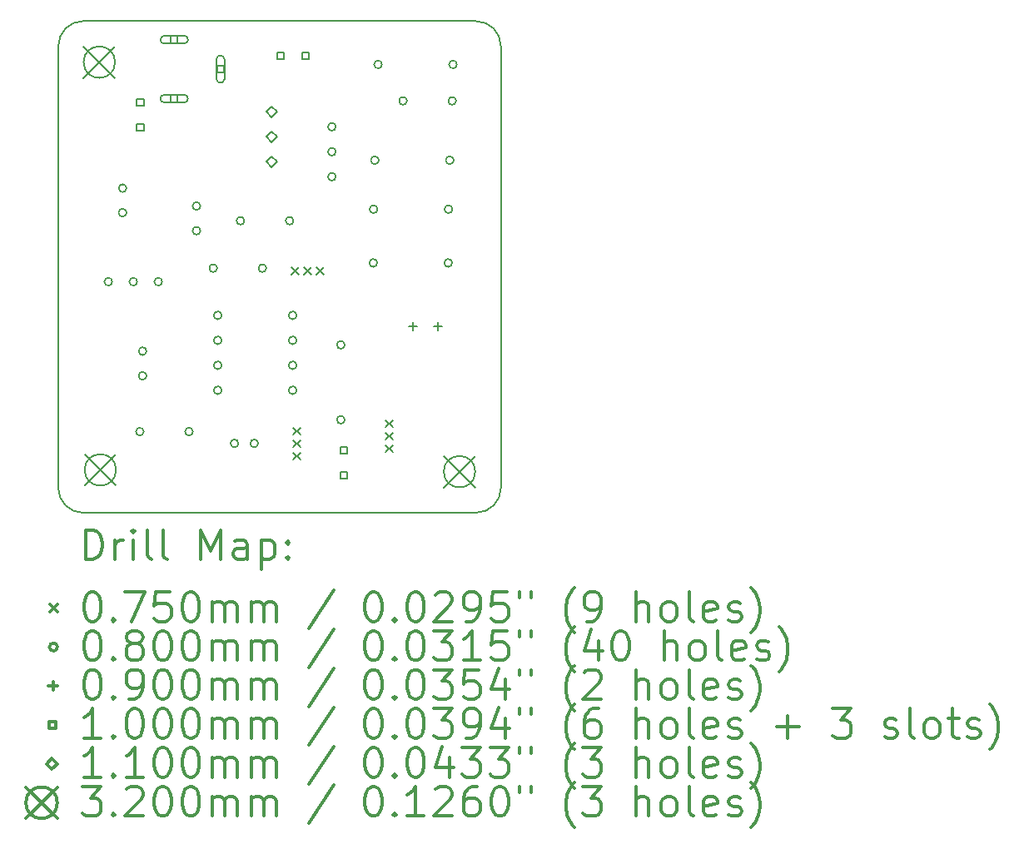
<source format=gbr>
%FSLAX45Y45*%
G04 Gerber Fmt 4.5, Leading zero omitted, Abs format (unit mm)*
G04 Created by KiCad (PCBNEW (5.1.10)-1) date 2023-08-02 14:32:54*
%MOMM*%
%LPD*%
G01*
G04 APERTURE LIST*
%TA.AperFunction,Profile*%
%ADD10C,0.200000*%
%TD*%
%ADD11C,0.200000*%
%ADD12C,0.300000*%
G04 APERTURE END LIST*
D10*
X13508220Y-10740200D02*
G75*
G02*
X13258220Y-10490200I0J250000D01*
G01*
X13258220Y-5990200D02*
G75*
G02*
X13508220Y-5740200I250000J0D01*
G01*
X17758220Y-10490200D02*
X17758220Y-5990200D01*
X13508220Y-10740200D02*
X17508220Y-10740200D01*
X17508220Y-5740200D02*
X13508220Y-5740200D01*
X17508220Y-5740200D02*
G75*
G02*
X17758220Y-5990200I0J-250000D01*
G01*
X13258220Y-5990200D02*
X13258220Y-10490200D01*
X17758220Y-10490200D02*
G75*
G02*
X17508220Y-10740200I-250000J0D01*
G01*
D11*
X15626680Y-8240360D02*
X15701680Y-8315360D01*
X15701680Y-8240360D02*
X15626680Y-8315360D01*
X15644460Y-9873580D02*
X15719460Y-9948580D01*
X15719460Y-9873580D02*
X15644460Y-9948580D01*
X15644460Y-10000580D02*
X15719460Y-10075580D01*
X15719460Y-10000580D02*
X15644460Y-10075580D01*
X15644460Y-10127580D02*
X15719460Y-10202580D01*
X15719460Y-10127580D02*
X15644460Y-10202580D01*
X15753680Y-8240360D02*
X15828680Y-8315360D01*
X15828680Y-8240360D02*
X15753680Y-8315360D01*
X15880680Y-8240360D02*
X15955680Y-8315360D01*
X15955680Y-8240360D02*
X15880680Y-8315360D01*
X16589340Y-9797380D02*
X16664340Y-9872380D01*
X16664340Y-9797380D02*
X16589340Y-9872380D01*
X16589340Y-9924380D02*
X16664340Y-9999380D01*
X16664340Y-9924380D02*
X16589340Y-9999380D01*
X16589340Y-10051380D02*
X16664340Y-10126380D01*
X16664340Y-10051380D02*
X16589340Y-10126380D01*
X13806800Y-8389620D02*
G75*
G03*
X13806800Y-8389620I-40000J0D01*
G01*
X13951580Y-7438580D02*
G75*
G03*
X13951580Y-7438580I-40000J0D01*
G01*
X13951580Y-7688580D02*
G75*
G03*
X13951580Y-7688580I-40000J0D01*
G01*
X14060800Y-8389620D02*
G75*
G03*
X14060800Y-8389620I-40000J0D01*
G01*
X14127220Y-9916160D02*
G75*
G03*
X14127220Y-9916160I-40000J0D01*
G01*
X14154780Y-9097200D02*
G75*
G03*
X14154780Y-9097200I-40000J0D01*
G01*
X14154780Y-9347200D02*
G75*
G03*
X14154780Y-9347200I-40000J0D01*
G01*
X14314800Y-8389620D02*
G75*
G03*
X14314800Y-8389620I-40000J0D01*
G01*
X14627220Y-9916160D02*
G75*
G03*
X14627220Y-9916160I-40000J0D01*
G01*
X14703420Y-7621460D02*
G75*
G03*
X14703420Y-7621460I-40000J0D01*
G01*
X14703420Y-7871460D02*
G75*
G03*
X14703420Y-7871460I-40000J0D01*
G01*
X14873600Y-8252460D02*
G75*
G03*
X14873600Y-8252460I-40000J0D01*
G01*
X14919320Y-8732520D02*
G75*
G03*
X14919320Y-8732520I-40000J0D01*
G01*
X14919320Y-8986520D02*
G75*
G03*
X14919320Y-8986520I-40000J0D01*
G01*
X14919320Y-9240520D02*
G75*
G03*
X14919320Y-9240520I-40000J0D01*
G01*
X14919320Y-9494520D02*
G75*
G03*
X14919320Y-9494520I-40000J0D01*
G01*
X15090160Y-10035540D02*
G75*
G03*
X15090160Y-10035540I-40000J0D01*
G01*
X15150460Y-7769860D02*
G75*
G03*
X15150460Y-7769860I-40000J0D01*
G01*
X15290160Y-10035540D02*
G75*
G03*
X15290160Y-10035540I-40000J0D01*
G01*
X15373600Y-8252460D02*
G75*
G03*
X15373600Y-8252460I-40000J0D01*
G01*
X15650460Y-7769860D02*
G75*
G03*
X15650460Y-7769860I-40000J0D01*
G01*
X15681320Y-8732520D02*
G75*
G03*
X15681320Y-8732520I-40000J0D01*
G01*
X15681320Y-8986520D02*
G75*
G03*
X15681320Y-8986520I-40000J0D01*
G01*
X15681320Y-9240520D02*
G75*
G03*
X15681320Y-9240520I-40000J0D01*
G01*
X15681320Y-9494520D02*
G75*
G03*
X15681320Y-9494520I-40000J0D01*
G01*
X16080100Y-6814820D02*
G75*
G03*
X16080100Y-6814820I-40000J0D01*
G01*
X16080100Y-7068820D02*
G75*
G03*
X16080100Y-7068820I-40000J0D01*
G01*
X16080100Y-7322820D02*
G75*
G03*
X16080100Y-7322820I-40000J0D01*
G01*
X16171540Y-9032240D02*
G75*
G03*
X16171540Y-9032240I-40000J0D01*
G01*
X16171540Y-9794240D02*
G75*
G03*
X16171540Y-9794240I-40000J0D01*
G01*
X16501740Y-8199120D02*
G75*
G03*
X16501740Y-8199120I-40000J0D01*
G01*
X16504280Y-7653020D02*
G75*
G03*
X16504280Y-7653020I-40000J0D01*
G01*
X16516980Y-7155180D02*
G75*
G03*
X16516980Y-7155180I-40000J0D01*
G01*
X16550000Y-6179820D02*
G75*
G03*
X16550000Y-6179820I-40000J0D01*
G01*
X16804000Y-6550660D02*
G75*
G03*
X16804000Y-6550660I-40000J0D01*
G01*
X17263740Y-8199120D02*
G75*
G03*
X17263740Y-8199120I-40000J0D01*
G01*
X17266280Y-7653020D02*
G75*
G03*
X17266280Y-7653020I-40000J0D01*
G01*
X17278980Y-7155180D02*
G75*
G03*
X17278980Y-7155180I-40000J0D01*
G01*
X17304000Y-6550660D02*
G75*
G03*
X17304000Y-6550660I-40000J0D01*
G01*
X17312000Y-6179820D02*
G75*
G03*
X17312000Y-6179820I-40000J0D01*
G01*
X16863060Y-8799280D02*
X16863060Y-8889280D01*
X16818060Y-8844280D02*
X16908060Y-8844280D01*
X17117060Y-8799280D02*
X17117060Y-8889280D01*
X17072060Y-8844280D02*
X17162060Y-8844280D01*
X14127276Y-6603796D02*
X14127276Y-6533084D01*
X14056564Y-6533084D01*
X14056564Y-6603796D01*
X14127276Y-6603796D01*
X14127276Y-6857796D02*
X14127276Y-6787084D01*
X14056564Y-6787084D01*
X14056564Y-6857796D01*
X14127276Y-6857796D01*
X14472616Y-5963436D02*
X14472616Y-5892724D01*
X14401904Y-5892724D01*
X14401904Y-5963436D01*
X14472616Y-5963436D01*
X14537260Y-5888080D02*
X14337260Y-5888080D01*
X14537260Y-5968080D02*
X14337260Y-5968080D01*
X14337260Y-5888080D02*
G75*
G03*
X14337260Y-5968080I0J-40000D01*
G01*
X14537260Y-5968080D02*
G75*
G03*
X14537260Y-5888080I0J40000D01*
G01*
X14472616Y-6563436D02*
X14472616Y-6492724D01*
X14401904Y-6492724D01*
X14401904Y-6563436D01*
X14472616Y-6563436D01*
X14537260Y-6488080D02*
X14337260Y-6488080D01*
X14537260Y-6568080D02*
X14337260Y-6568080D01*
X14337260Y-6488080D02*
G75*
G03*
X14337260Y-6568080I0J-40000D01*
G01*
X14537260Y-6568080D02*
G75*
G03*
X14537260Y-6488080I0J40000D01*
G01*
X14942616Y-6263436D02*
X14942616Y-6192724D01*
X14871904Y-6192724D01*
X14871904Y-6263436D01*
X14942616Y-6263436D01*
X14867260Y-6128080D02*
X14867260Y-6328080D01*
X14947260Y-6128080D02*
X14947260Y-6328080D01*
X14867260Y-6328080D02*
G75*
G03*
X14947260Y-6328080I40000J0D01*
G01*
X14947260Y-6128080D02*
G75*
G03*
X14867260Y-6128080I-40000J0D01*
G01*
X15552216Y-6128816D02*
X15552216Y-6058104D01*
X15481504Y-6058104D01*
X15481504Y-6128816D01*
X15552216Y-6128816D01*
X15806216Y-6128816D02*
X15806216Y-6058104D01*
X15735504Y-6058104D01*
X15735504Y-6128816D01*
X15806216Y-6128816D01*
X16194836Y-10139476D02*
X16194836Y-10068764D01*
X16124124Y-10068764D01*
X16124124Y-10139476D01*
X16194836Y-10139476D01*
X16194836Y-10393476D02*
X16194836Y-10322764D01*
X16124124Y-10322764D01*
X16124124Y-10393476D01*
X16194836Y-10393476D01*
X15425420Y-6714880D02*
X15480420Y-6659880D01*
X15425420Y-6604880D01*
X15370420Y-6659880D01*
X15425420Y-6714880D01*
X15425420Y-6968880D02*
X15480420Y-6913880D01*
X15425420Y-6858880D01*
X15370420Y-6913880D01*
X15425420Y-6968880D01*
X15425420Y-7222880D02*
X15480420Y-7167880D01*
X15425420Y-7112880D01*
X15370420Y-7167880D01*
X15425420Y-7222880D01*
X13515360Y-5996960D02*
X13835360Y-6316960D01*
X13835360Y-5996960D02*
X13515360Y-6316960D01*
X13835360Y-6156960D02*
G75*
G03*
X13835360Y-6156960I-160000J0D01*
G01*
X13525520Y-10144780D02*
X13845520Y-10464780D01*
X13845520Y-10144780D02*
X13525520Y-10464780D01*
X13845520Y-10304780D02*
G75*
G03*
X13845520Y-10304780I-160000J0D01*
G01*
X17178040Y-10162560D02*
X17498040Y-10482560D01*
X17498040Y-10162560D02*
X17178040Y-10482560D01*
X17498040Y-10322560D02*
G75*
G03*
X17498040Y-10322560I-160000J0D01*
G01*
D12*
X13534648Y-11215914D02*
X13534648Y-10915914D01*
X13606077Y-10915914D01*
X13648934Y-10930200D01*
X13677506Y-10958772D01*
X13691791Y-10987343D01*
X13706077Y-11044486D01*
X13706077Y-11087343D01*
X13691791Y-11144486D01*
X13677506Y-11173057D01*
X13648934Y-11201629D01*
X13606077Y-11215914D01*
X13534648Y-11215914D01*
X13834648Y-11215914D02*
X13834648Y-11015914D01*
X13834648Y-11073057D02*
X13848934Y-11044486D01*
X13863220Y-11030200D01*
X13891791Y-11015914D01*
X13920363Y-11015914D01*
X14020363Y-11215914D02*
X14020363Y-11015914D01*
X14020363Y-10915914D02*
X14006077Y-10930200D01*
X14020363Y-10944486D01*
X14034648Y-10930200D01*
X14020363Y-10915914D01*
X14020363Y-10944486D01*
X14206077Y-11215914D02*
X14177506Y-11201629D01*
X14163220Y-11173057D01*
X14163220Y-10915914D01*
X14363220Y-11215914D02*
X14334648Y-11201629D01*
X14320363Y-11173057D01*
X14320363Y-10915914D01*
X14706077Y-11215914D02*
X14706077Y-10915914D01*
X14806077Y-11130200D01*
X14906077Y-10915914D01*
X14906077Y-11215914D01*
X15177506Y-11215914D02*
X15177506Y-11058772D01*
X15163220Y-11030200D01*
X15134648Y-11015914D01*
X15077506Y-11015914D01*
X15048934Y-11030200D01*
X15177506Y-11201629D02*
X15148934Y-11215914D01*
X15077506Y-11215914D01*
X15048934Y-11201629D01*
X15034648Y-11173057D01*
X15034648Y-11144486D01*
X15048934Y-11115914D01*
X15077506Y-11101629D01*
X15148934Y-11101629D01*
X15177506Y-11087343D01*
X15320363Y-11015914D02*
X15320363Y-11315914D01*
X15320363Y-11030200D02*
X15348934Y-11015914D01*
X15406077Y-11015914D01*
X15434648Y-11030200D01*
X15448934Y-11044486D01*
X15463220Y-11073057D01*
X15463220Y-11158772D01*
X15448934Y-11187343D01*
X15434648Y-11201629D01*
X15406077Y-11215914D01*
X15348934Y-11215914D01*
X15320363Y-11201629D01*
X15591791Y-11187343D02*
X15606077Y-11201629D01*
X15591791Y-11215914D01*
X15577506Y-11201629D01*
X15591791Y-11187343D01*
X15591791Y-11215914D01*
X15591791Y-11030200D02*
X15606077Y-11044486D01*
X15591791Y-11058772D01*
X15577506Y-11044486D01*
X15591791Y-11030200D01*
X15591791Y-11058772D01*
X13173220Y-11672700D02*
X13248220Y-11747700D01*
X13248220Y-11672700D02*
X13173220Y-11747700D01*
X13591791Y-11545914D02*
X13620363Y-11545914D01*
X13648934Y-11560200D01*
X13663220Y-11574486D01*
X13677506Y-11603057D01*
X13691791Y-11660200D01*
X13691791Y-11731629D01*
X13677506Y-11788771D01*
X13663220Y-11817343D01*
X13648934Y-11831629D01*
X13620363Y-11845914D01*
X13591791Y-11845914D01*
X13563220Y-11831629D01*
X13548934Y-11817343D01*
X13534648Y-11788771D01*
X13520363Y-11731629D01*
X13520363Y-11660200D01*
X13534648Y-11603057D01*
X13548934Y-11574486D01*
X13563220Y-11560200D01*
X13591791Y-11545914D01*
X13820363Y-11817343D02*
X13834648Y-11831629D01*
X13820363Y-11845914D01*
X13806077Y-11831629D01*
X13820363Y-11817343D01*
X13820363Y-11845914D01*
X13934648Y-11545914D02*
X14134648Y-11545914D01*
X14006077Y-11845914D01*
X14391791Y-11545914D02*
X14248934Y-11545914D01*
X14234648Y-11688771D01*
X14248934Y-11674486D01*
X14277506Y-11660200D01*
X14348934Y-11660200D01*
X14377506Y-11674486D01*
X14391791Y-11688771D01*
X14406077Y-11717343D01*
X14406077Y-11788771D01*
X14391791Y-11817343D01*
X14377506Y-11831629D01*
X14348934Y-11845914D01*
X14277506Y-11845914D01*
X14248934Y-11831629D01*
X14234648Y-11817343D01*
X14591791Y-11545914D02*
X14620363Y-11545914D01*
X14648934Y-11560200D01*
X14663220Y-11574486D01*
X14677506Y-11603057D01*
X14691791Y-11660200D01*
X14691791Y-11731629D01*
X14677506Y-11788771D01*
X14663220Y-11817343D01*
X14648934Y-11831629D01*
X14620363Y-11845914D01*
X14591791Y-11845914D01*
X14563220Y-11831629D01*
X14548934Y-11817343D01*
X14534648Y-11788771D01*
X14520363Y-11731629D01*
X14520363Y-11660200D01*
X14534648Y-11603057D01*
X14548934Y-11574486D01*
X14563220Y-11560200D01*
X14591791Y-11545914D01*
X14820363Y-11845914D02*
X14820363Y-11645914D01*
X14820363Y-11674486D02*
X14834648Y-11660200D01*
X14863220Y-11645914D01*
X14906077Y-11645914D01*
X14934648Y-11660200D01*
X14948934Y-11688771D01*
X14948934Y-11845914D01*
X14948934Y-11688771D02*
X14963220Y-11660200D01*
X14991791Y-11645914D01*
X15034648Y-11645914D01*
X15063220Y-11660200D01*
X15077506Y-11688771D01*
X15077506Y-11845914D01*
X15220363Y-11845914D02*
X15220363Y-11645914D01*
X15220363Y-11674486D02*
X15234648Y-11660200D01*
X15263220Y-11645914D01*
X15306077Y-11645914D01*
X15334648Y-11660200D01*
X15348934Y-11688771D01*
X15348934Y-11845914D01*
X15348934Y-11688771D02*
X15363220Y-11660200D01*
X15391791Y-11645914D01*
X15434648Y-11645914D01*
X15463220Y-11660200D01*
X15477506Y-11688771D01*
X15477506Y-11845914D01*
X16063220Y-11531629D02*
X15806077Y-11917343D01*
X16448934Y-11545914D02*
X16477506Y-11545914D01*
X16506077Y-11560200D01*
X16520363Y-11574486D01*
X16534648Y-11603057D01*
X16548934Y-11660200D01*
X16548934Y-11731629D01*
X16534648Y-11788771D01*
X16520363Y-11817343D01*
X16506077Y-11831629D01*
X16477506Y-11845914D01*
X16448934Y-11845914D01*
X16420363Y-11831629D01*
X16406077Y-11817343D01*
X16391791Y-11788771D01*
X16377506Y-11731629D01*
X16377506Y-11660200D01*
X16391791Y-11603057D01*
X16406077Y-11574486D01*
X16420363Y-11560200D01*
X16448934Y-11545914D01*
X16677506Y-11817343D02*
X16691791Y-11831629D01*
X16677506Y-11845914D01*
X16663220Y-11831629D01*
X16677506Y-11817343D01*
X16677506Y-11845914D01*
X16877506Y-11545914D02*
X16906077Y-11545914D01*
X16934648Y-11560200D01*
X16948934Y-11574486D01*
X16963220Y-11603057D01*
X16977506Y-11660200D01*
X16977506Y-11731629D01*
X16963220Y-11788771D01*
X16948934Y-11817343D01*
X16934648Y-11831629D01*
X16906077Y-11845914D01*
X16877506Y-11845914D01*
X16848934Y-11831629D01*
X16834648Y-11817343D01*
X16820363Y-11788771D01*
X16806077Y-11731629D01*
X16806077Y-11660200D01*
X16820363Y-11603057D01*
X16834648Y-11574486D01*
X16848934Y-11560200D01*
X16877506Y-11545914D01*
X17091791Y-11574486D02*
X17106077Y-11560200D01*
X17134648Y-11545914D01*
X17206077Y-11545914D01*
X17234648Y-11560200D01*
X17248934Y-11574486D01*
X17263220Y-11603057D01*
X17263220Y-11631629D01*
X17248934Y-11674486D01*
X17077506Y-11845914D01*
X17263220Y-11845914D01*
X17406077Y-11845914D02*
X17463220Y-11845914D01*
X17491791Y-11831629D01*
X17506077Y-11817343D01*
X17534648Y-11774486D01*
X17548934Y-11717343D01*
X17548934Y-11603057D01*
X17534648Y-11574486D01*
X17520363Y-11560200D01*
X17491791Y-11545914D01*
X17434648Y-11545914D01*
X17406077Y-11560200D01*
X17391791Y-11574486D01*
X17377506Y-11603057D01*
X17377506Y-11674486D01*
X17391791Y-11703057D01*
X17406077Y-11717343D01*
X17434648Y-11731629D01*
X17491791Y-11731629D01*
X17520363Y-11717343D01*
X17534648Y-11703057D01*
X17548934Y-11674486D01*
X17820363Y-11545914D02*
X17677506Y-11545914D01*
X17663220Y-11688771D01*
X17677506Y-11674486D01*
X17706077Y-11660200D01*
X17777506Y-11660200D01*
X17806077Y-11674486D01*
X17820363Y-11688771D01*
X17834648Y-11717343D01*
X17834648Y-11788771D01*
X17820363Y-11817343D01*
X17806077Y-11831629D01*
X17777506Y-11845914D01*
X17706077Y-11845914D01*
X17677506Y-11831629D01*
X17663220Y-11817343D01*
X17948934Y-11545914D02*
X17948934Y-11603057D01*
X18063220Y-11545914D02*
X18063220Y-11603057D01*
X18506077Y-11960200D02*
X18491791Y-11945914D01*
X18463220Y-11903057D01*
X18448934Y-11874486D01*
X18434648Y-11831629D01*
X18420363Y-11760200D01*
X18420363Y-11703057D01*
X18434648Y-11631629D01*
X18448934Y-11588771D01*
X18463220Y-11560200D01*
X18491791Y-11517343D01*
X18506077Y-11503057D01*
X18634648Y-11845914D02*
X18691791Y-11845914D01*
X18720363Y-11831629D01*
X18734648Y-11817343D01*
X18763220Y-11774486D01*
X18777506Y-11717343D01*
X18777506Y-11603057D01*
X18763220Y-11574486D01*
X18748934Y-11560200D01*
X18720363Y-11545914D01*
X18663220Y-11545914D01*
X18634648Y-11560200D01*
X18620363Y-11574486D01*
X18606077Y-11603057D01*
X18606077Y-11674486D01*
X18620363Y-11703057D01*
X18634648Y-11717343D01*
X18663220Y-11731629D01*
X18720363Y-11731629D01*
X18748934Y-11717343D01*
X18763220Y-11703057D01*
X18777506Y-11674486D01*
X19134648Y-11845914D02*
X19134648Y-11545914D01*
X19263220Y-11845914D02*
X19263220Y-11688771D01*
X19248934Y-11660200D01*
X19220363Y-11645914D01*
X19177506Y-11645914D01*
X19148934Y-11660200D01*
X19134648Y-11674486D01*
X19448934Y-11845914D02*
X19420363Y-11831629D01*
X19406077Y-11817343D01*
X19391791Y-11788771D01*
X19391791Y-11703057D01*
X19406077Y-11674486D01*
X19420363Y-11660200D01*
X19448934Y-11645914D01*
X19491791Y-11645914D01*
X19520363Y-11660200D01*
X19534648Y-11674486D01*
X19548934Y-11703057D01*
X19548934Y-11788771D01*
X19534648Y-11817343D01*
X19520363Y-11831629D01*
X19491791Y-11845914D01*
X19448934Y-11845914D01*
X19720363Y-11845914D02*
X19691791Y-11831629D01*
X19677506Y-11803057D01*
X19677506Y-11545914D01*
X19948934Y-11831629D02*
X19920363Y-11845914D01*
X19863220Y-11845914D01*
X19834648Y-11831629D01*
X19820363Y-11803057D01*
X19820363Y-11688771D01*
X19834648Y-11660200D01*
X19863220Y-11645914D01*
X19920363Y-11645914D01*
X19948934Y-11660200D01*
X19963220Y-11688771D01*
X19963220Y-11717343D01*
X19820363Y-11745914D01*
X20077506Y-11831629D02*
X20106077Y-11845914D01*
X20163220Y-11845914D01*
X20191791Y-11831629D01*
X20206077Y-11803057D01*
X20206077Y-11788771D01*
X20191791Y-11760200D01*
X20163220Y-11745914D01*
X20120363Y-11745914D01*
X20091791Y-11731629D01*
X20077506Y-11703057D01*
X20077506Y-11688771D01*
X20091791Y-11660200D01*
X20120363Y-11645914D01*
X20163220Y-11645914D01*
X20191791Y-11660200D01*
X20306077Y-11960200D02*
X20320363Y-11945914D01*
X20348934Y-11903057D01*
X20363220Y-11874486D01*
X20377506Y-11831629D01*
X20391791Y-11760200D01*
X20391791Y-11703057D01*
X20377506Y-11631629D01*
X20363220Y-11588771D01*
X20348934Y-11560200D01*
X20320363Y-11517343D01*
X20306077Y-11503057D01*
X13248220Y-12106200D02*
G75*
G03*
X13248220Y-12106200I-40000J0D01*
G01*
X13591791Y-11941914D02*
X13620363Y-11941914D01*
X13648934Y-11956200D01*
X13663220Y-11970486D01*
X13677506Y-11999057D01*
X13691791Y-12056200D01*
X13691791Y-12127629D01*
X13677506Y-12184771D01*
X13663220Y-12213343D01*
X13648934Y-12227629D01*
X13620363Y-12241914D01*
X13591791Y-12241914D01*
X13563220Y-12227629D01*
X13548934Y-12213343D01*
X13534648Y-12184771D01*
X13520363Y-12127629D01*
X13520363Y-12056200D01*
X13534648Y-11999057D01*
X13548934Y-11970486D01*
X13563220Y-11956200D01*
X13591791Y-11941914D01*
X13820363Y-12213343D02*
X13834648Y-12227629D01*
X13820363Y-12241914D01*
X13806077Y-12227629D01*
X13820363Y-12213343D01*
X13820363Y-12241914D01*
X14006077Y-12070486D02*
X13977506Y-12056200D01*
X13963220Y-12041914D01*
X13948934Y-12013343D01*
X13948934Y-11999057D01*
X13963220Y-11970486D01*
X13977506Y-11956200D01*
X14006077Y-11941914D01*
X14063220Y-11941914D01*
X14091791Y-11956200D01*
X14106077Y-11970486D01*
X14120363Y-11999057D01*
X14120363Y-12013343D01*
X14106077Y-12041914D01*
X14091791Y-12056200D01*
X14063220Y-12070486D01*
X14006077Y-12070486D01*
X13977506Y-12084771D01*
X13963220Y-12099057D01*
X13948934Y-12127629D01*
X13948934Y-12184771D01*
X13963220Y-12213343D01*
X13977506Y-12227629D01*
X14006077Y-12241914D01*
X14063220Y-12241914D01*
X14091791Y-12227629D01*
X14106077Y-12213343D01*
X14120363Y-12184771D01*
X14120363Y-12127629D01*
X14106077Y-12099057D01*
X14091791Y-12084771D01*
X14063220Y-12070486D01*
X14306077Y-11941914D02*
X14334648Y-11941914D01*
X14363220Y-11956200D01*
X14377506Y-11970486D01*
X14391791Y-11999057D01*
X14406077Y-12056200D01*
X14406077Y-12127629D01*
X14391791Y-12184771D01*
X14377506Y-12213343D01*
X14363220Y-12227629D01*
X14334648Y-12241914D01*
X14306077Y-12241914D01*
X14277506Y-12227629D01*
X14263220Y-12213343D01*
X14248934Y-12184771D01*
X14234648Y-12127629D01*
X14234648Y-12056200D01*
X14248934Y-11999057D01*
X14263220Y-11970486D01*
X14277506Y-11956200D01*
X14306077Y-11941914D01*
X14591791Y-11941914D02*
X14620363Y-11941914D01*
X14648934Y-11956200D01*
X14663220Y-11970486D01*
X14677506Y-11999057D01*
X14691791Y-12056200D01*
X14691791Y-12127629D01*
X14677506Y-12184771D01*
X14663220Y-12213343D01*
X14648934Y-12227629D01*
X14620363Y-12241914D01*
X14591791Y-12241914D01*
X14563220Y-12227629D01*
X14548934Y-12213343D01*
X14534648Y-12184771D01*
X14520363Y-12127629D01*
X14520363Y-12056200D01*
X14534648Y-11999057D01*
X14548934Y-11970486D01*
X14563220Y-11956200D01*
X14591791Y-11941914D01*
X14820363Y-12241914D02*
X14820363Y-12041914D01*
X14820363Y-12070486D02*
X14834648Y-12056200D01*
X14863220Y-12041914D01*
X14906077Y-12041914D01*
X14934648Y-12056200D01*
X14948934Y-12084771D01*
X14948934Y-12241914D01*
X14948934Y-12084771D02*
X14963220Y-12056200D01*
X14991791Y-12041914D01*
X15034648Y-12041914D01*
X15063220Y-12056200D01*
X15077506Y-12084771D01*
X15077506Y-12241914D01*
X15220363Y-12241914D02*
X15220363Y-12041914D01*
X15220363Y-12070486D02*
X15234648Y-12056200D01*
X15263220Y-12041914D01*
X15306077Y-12041914D01*
X15334648Y-12056200D01*
X15348934Y-12084771D01*
X15348934Y-12241914D01*
X15348934Y-12084771D02*
X15363220Y-12056200D01*
X15391791Y-12041914D01*
X15434648Y-12041914D01*
X15463220Y-12056200D01*
X15477506Y-12084771D01*
X15477506Y-12241914D01*
X16063220Y-11927629D02*
X15806077Y-12313343D01*
X16448934Y-11941914D02*
X16477506Y-11941914D01*
X16506077Y-11956200D01*
X16520363Y-11970486D01*
X16534648Y-11999057D01*
X16548934Y-12056200D01*
X16548934Y-12127629D01*
X16534648Y-12184771D01*
X16520363Y-12213343D01*
X16506077Y-12227629D01*
X16477506Y-12241914D01*
X16448934Y-12241914D01*
X16420363Y-12227629D01*
X16406077Y-12213343D01*
X16391791Y-12184771D01*
X16377506Y-12127629D01*
X16377506Y-12056200D01*
X16391791Y-11999057D01*
X16406077Y-11970486D01*
X16420363Y-11956200D01*
X16448934Y-11941914D01*
X16677506Y-12213343D02*
X16691791Y-12227629D01*
X16677506Y-12241914D01*
X16663220Y-12227629D01*
X16677506Y-12213343D01*
X16677506Y-12241914D01*
X16877506Y-11941914D02*
X16906077Y-11941914D01*
X16934648Y-11956200D01*
X16948934Y-11970486D01*
X16963220Y-11999057D01*
X16977506Y-12056200D01*
X16977506Y-12127629D01*
X16963220Y-12184771D01*
X16948934Y-12213343D01*
X16934648Y-12227629D01*
X16906077Y-12241914D01*
X16877506Y-12241914D01*
X16848934Y-12227629D01*
X16834648Y-12213343D01*
X16820363Y-12184771D01*
X16806077Y-12127629D01*
X16806077Y-12056200D01*
X16820363Y-11999057D01*
X16834648Y-11970486D01*
X16848934Y-11956200D01*
X16877506Y-11941914D01*
X17077506Y-11941914D02*
X17263220Y-11941914D01*
X17163220Y-12056200D01*
X17206077Y-12056200D01*
X17234648Y-12070486D01*
X17248934Y-12084771D01*
X17263220Y-12113343D01*
X17263220Y-12184771D01*
X17248934Y-12213343D01*
X17234648Y-12227629D01*
X17206077Y-12241914D01*
X17120363Y-12241914D01*
X17091791Y-12227629D01*
X17077506Y-12213343D01*
X17548934Y-12241914D02*
X17377506Y-12241914D01*
X17463220Y-12241914D02*
X17463220Y-11941914D01*
X17434648Y-11984771D01*
X17406077Y-12013343D01*
X17377506Y-12027629D01*
X17820363Y-11941914D02*
X17677506Y-11941914D01*
X17663220Y-12084771D01*
X17677506Y-12070486D01*
X17706077Y-12056200D01*
X17777506Y-12056200D01*
X17806077Y-12070486D01*
X17820363Y-12084771D01*
X17834648Y-12113343D01*
X17834648Y-12184771D01*
X17820363Y-12213343D01*
X17806077Y-12227629D01*
X17777506Y-12241914D01*
X17706077Y-12241914D01*
X17677506Y-12227629D01*
X17663220Y-12213343D01*
X17948934Y-11941914D02*
X17948934Y-11999057D01*
X18063220Y-11941914D02*
X18063220Y-11999057D01*
X18506077Y-12356200D02*
X18491791Y-12341914D01*
X18463220Y-12299057D01*
X18448934Y-12270486D01*
X18434648Y-12227629D01*
X18420363Y-12156200D01*
X18420363Y-12099057D01*
X18434648Y-12027629D01*
X18448934Y-11984771D01*
X18463220Y-11956200D01*
X18491791Y-11913343D01*
X18506077Y-11899057D01*
X18748934Y-12041914D02*
X18748934Y-12241914D01*
X18677506Y-11927629D02*
X18606077Y-12141914D01*
X18791791Y-12141914D01*
X18963220Y-11941914D02*
X18991791Y-11941914D01*
X19020363Y-11956200D01*
X19034648Y-11970486D01*
X19048934Y-11999057D01*
X19063220Y-12056200D01*
X19063220Y-12127629D01*
X19048934Y-12184771D01*
X19034648Y-12213343D01*
X19020363Y-12227629D01*
X18991791Y-12241914D01*
X18963220Y-12241914D01*
X18934648Y-12227629D01*
X18920363Y-12213343D01*
X18906077Y-12184771D01*
X18891791Y-12127629D01*
X18891791Y-12056200D01*
X18906077Y-11999057D01*
X18920363Y-11970486D01*
X18934648Y-11956200D01*
X18963220Y-11941914D01*
X19420363Y-12241914D02*
X19420363Y-11941914D01*
X19548934Y-12241914D02*
X19548934Y-12084771D01*
X19534648Y-12056200D01*
X19506077Y-12041914D01*
X19463220Y-12041914D01*
X19434648Y-12056200D01*
X19420363Y-12070486D01*
X19734648Y-12241914D02*
X19706077Y-12227629D01*
X19691791Y-12213343D01*
X19677506Y-12184771D01*
X19677506Y-12099057D01*
X19691791Y-12070486D01*
X19706077Y-12056200D01*
X19734648Y-12041914D01*
X19777506Y-12041914D01*
X19806077Y-12056200D01*
X19820363Y-12070486D01*
X19834648Y-12099057D01*
X19834648Y-12184771D01*
X19820363Y-12213343D01*
X19806077Y-12227629D01*
X19777506Y-12241914D01*
X19734648Y-12241914D01*
X20006077Y-12241914D02*
X19977506Y-12227629D01*
X19963220Y-12199057D01*
X19963220Y-11941914D01*
X20234648Y-12227629D02*
X20206077Y-12241914D01*
X20148934Y-12241914D01*
X20120363Y-12227629D01*
X20106077Y-12199057D01*
X20106077Y-12084771D01*
X20120363Y-12056200D01*
X20148934Y-12041914D01*
X20206077Y-12041914D01*
X20234648Y-12056200D01*
X20248934Y-12084771D01*
X20248934Y-12113343D01*
X20106077Y-12141914D01*
X20363220Y-12227629D02*
X20391791Y-12241914D01*
X20448934Y-12241914D01*
X20477506Y-12227629D01*
X20491791Y-12199057D01*
X20491791Y-12184771D01*
X20477506Y-12156200D01*
X20448934Y-12141914D01*
X20406077Y-12141914D01*
X20377506Y-12127629D01*
X20363220Y-12099057D01*
X20363220Y-12084771D01*
X20377506Y-12056200D01*
X20406077Y-12041914D01*
X20448934Y-12041914D01*
X20477506Y-12056200D01*
X20591791Y-12356200D02*
X20606077Y-12341914D01*
X20634648Y-12299057D01*
X20648934Y-12270486D01*
X20663220Y-12227629D01*
X20677506Y-12156200D01*
X20677506Y-12099057D01*
X20663220Y-12027629D01*
X20648934Y-11984771D01*
X20634648Y-11956200D01*
X20606077Y-11913343D01*
X20591791Y-11899057D01*
X13203220Y-12457200D02*
X13203220Y-12547200D01*
X13158220Y-12502200D02*
X13248220Y-12502200D01*
X13591791Y-12337914D02*
X13620363Y-12337914D01*
X13648934Y-12352200D01*
X13663220Y-12366486D01*
X13677506Y-12395057D01*
X13691791Y-12452200D01*
X13691791Y-12523629D01*
X13677506Y-12580771D01*
X13663220Y-12609343D01*
X13648934Y-12623629D01*
X13620363Y-12637914D01*
X13591791Y-12637914D01*
X13563220Y-12623629D01*
X13548934Y-12609343D01*
X13534648Y-12580771D01*
X13520363Y-12523629D01*
X13520363Y-12452200D01*
X13534648Y-12395057D01*
X13548934Y-12366486D01*
X13563220Y-12352200D01*
X13591791Y-12337914D01*
X13820363Y-12609343D02*
X13834648Y-12623629D01*
X13820363Y-12637914D01*
X13806077Y-12623629D01*
X13820363Y-12609343D01*
X13820363Y-12637914D01*
X13977506Y-12637914D02*
X14034648Y-12637914D01*
X14063220Y-12623629D01*
X14077506Y-12609343D01*
X14106077Y-12566486D01*
X14120363Y-12509343D01*
X14120363Y-12395057D01*
X14106077Y-12366486D01*
X14091791Y-12352200D01*
X14063220Y-12337914D01*
X14006077Y-12337914D01*
X13977506Y-12352200D01*
X13963220Y-12366486D01*
X13948934Y-12395057D01*
X13948934Y-12466486D01*
X13963220Y-12495057D01*
X13977506Y-12509343D01*
X14006077Y-12523629D01*
X14063220Y-12523629D01*
X14091791Y-12509343D01*
X14106077Y-12495057D01*
X14120363Y-12466486D01*
X14306077Y-12337914D02*
X14334648Y-12337914D01*
X14363220Y-12352200D01*
X14377506Y-12366486D01*
X14391791Y-12395057D01*
X14406077Y-12452200D01*
X14406077Y-12523629D01*
X14391791Y-12580771D01*
X14377506Y-12609343D01*
X14363220Y-12623629D01*
X14334648Y-12637914D01*
X14306077Y-12637914D01*
X14277506Y-12623629D01*
X14263220Y-12609343D01*
X14248934Y-12580771D01*
X14234648Y-12523629D01*
X14234648Y-12452200D01*
X14248934Y-12395057D01*
X14263220Y-12366486D01*
X14277506Y-12352200D01*
X14306077Y-12337914D01*
X14591791Y-12337914D02*
X14620363Y-12337914D01*
X14648934Y-12352200D01*
X14663220Y-12366486D01*
X14677506Y-12395057D01*
X14691791Y-12452200D01*
X14691791Y-12523629D01*
X14677506Y-12580771D01*
X14663220Y-12609343D01*
X14648934Y-12623629D01*
X14620363Y-12637914D01*
X14591791Y-12637914D01*
X14563220Y-12623629D01*
X14548934Y-12609343D01*
X14534648Y-12580771D01*
X14520363Y-12523629D01*
X14520363Y-12452200D01*
X14534648Y-12395057D01*
X14548934Y-12366486D01*
X14563220Y-12352200D01*
X14591791Y-12337914D01*
X14820363Y-12637914D02*
X14820363Y-12437914D01*
X14820363Y-12466486D02*
X14834648Y-12452200D01*
X14863220Y-12437914D01*
X14906077Y-12437914D01*
X14934648Y-12452200D01*
X14948934Y-12480771D01*
X14948934Y-12637914D01*
X14948934Y-12480771D02*
X14963220Y-12452200D01*
X14991791Y-12437914D01*
X15034648Y-12437914D01*
X15063220Y-12452200D01*
X15077506Y-12480771D01*
X15077506Y-12637914D01*
X15220363Y-12637914D02*
X15220363Y-12437914D01*
X15220363Y-12466486D02*
X15234648Y-12452200D01*
X15263220Y-12437914D01*
X15306077Y-12437914D01*
X15334648Y-12452200D01*
X15348934Y-12480771D01*
X15348934Y-12637914D01*
X15348934Y-12480771D02*
X15363220Y-12452200D01*
X15391791Y-12437914D01*
X15434648Y-12437914D01*
X15463220Y-12452200D01*
X15477506Y-12480771D01*
X15477506Y-12637914D01*
X16063220Y-12323629D02*
X15806077Y-12709343D01*
X16448934Y-12337914D02*
X16477506Y-12337914D01*
X16506077Y-12352200D01*
X16520363Y-12366486D01*
X16534648Y-12395057D01*
X16548934Y-12452200D01*
X16548934Y-12523629D01*
X16534648Y-12580771D01*
X16520363Y-12609343D01*
X16506077Y-12623629D01*
X16477506Y-12637914D01*
X16448934Y-12637914D01*
X16420363Y-12623629D01*
X16406077Y-12609343D01*
X16391791Y-12580771D01*
X16377506Y-12523629D01*
X16377506Y-12452200D01*
X16391791Y-12395057D01*
X16406077Y-12366486D01*
X16420363Y-12352200D01*
X16448934Y-12337914D01*
X16677506Y-12609343D02*
X16691791Y-12623629D01*
X16677506Y-12637914D01*
X16663220Y-12623629D01*
X16677506Y-12609343D01*
X16677506Y-12637914D01*
X16877506Y-12337914D02*
X16906077Y-12337914D01*
X16934648Y-12352200D01*
X16948934Y-12366486D01*
X16963220Y-12395057D01*
X16977506Y-12452200D01*
X16977506Y-12523629D01*
X16963220Y-12580771D01*
X16948934Y-12609343D01*
X16934648Y-12623629D01*
X16906077Y-12637914D01*
X16877506Y-12637914D01*
X16848934Y-12623629D01*
X16834648Y-12609343D01*
X16820363Y-12580771D01*
X16806077Y-12523629D01*
X16806077Y-12452200D01*
X16820363Y-12395057D01*
X16834648Y-12366486D01*
X16848934Y-12352200D01*
X16877506Y-12337914D01*
X17077506Y-12337914D02*
X17263220Y-12337914D01*
X17163220Y-12452200D01*
X17206077Y-12452200D01*
X17234648Y-12466486D01*
X17248934Y-12480771D01*
X17263220Y-12509343D01*
X17263220Y-12580771D01*
X17248934Y-12609343D01*
X17234648Y-12623629D01*
X17206077Y-12637914D01*
X17120363Y-12637914D01*
X17091791Y-12623629D01*
X17077506Y-12609343D01*
X17534648Y-12337914D02*
X17391791Y-12337914D01*
X17377506Y-12480771D01*
X17391791Y-12466486D01*
X17420363Y-12452200D01*
X17491791Y-12452200D01*
X17520363Y-12466486D01*
X17534648Y-12480771D01*
X17548934Y-12509343D01*
X17548934Y-12580771D01*
X17534648Y-12609343D01*
X17520363Y-12623629D01*
X17491791Y-12637914D01*
X17420363Y-12637914D01*
X17391791Y-12623629D01*
X17377506Y-12609343D01*
X17806077Y-12437914D02*
X17806077Y-12637914D01*
X17734648Y-12323629D02*
X17663220Y-12537914D01*
X17848934Y-12537914D01*
X17948934Y-12337914D02*
X17948934Y-12395057D01*
X18063220Y-12337914D02*
X18063220Y-12395057D01*
X18506077Y-12752200D02*
X18491791Y-12737914D01*
X18463220Y-12695057D01*
X18448934Y-12666486D01*
X18434648Y-12623629D01*
X18420363Y-12552200D01*
X18420363Y-12495057D01*
X18434648Y-12423629D01*
X18448934Y-12380771D01*
X18463220Y-12352200D01*
X18491791Y-12309343D01*
X18506077Y-12295057D01*
X18606077Y-12366486D02*
X18620363Y-12352200D01*
X18648934Y-12337914D01*
X18720363Y-12337914D01*
X18748934Y-12352200D01*
X18763220Y-12366486D01*
X18777506Y-12395057D01*
X18777506Y-12423629D01*
X18763220Y-12466486D01*
X18591791Y-12637914D01*
X18777506Y-12637914D01*
X19134648Y-12637914D02*
X19134648Y-12337914D01*
X19263220Y-12637914D02*
X19263220Y-12480771D01*
X19248934Y-12452200D01*
X19220363Y-12437914D01*
X19177506Y-12437914D01*
X19148934Y-12452200D01*
X19134648Y-12466486D01*
X19448934Y-12637914D02*
X19420363Y-12623629D01*
X19406077Y-12609343D01*
X19391791Y-12580771D01*
X19391791Y-12495057D01*
X19406077Y-12466486D01*
X19420363Y-12452200D01*
X19448934Y-12437914D01*
X19491791Y-12437914D01*
X19520363Y-12452200D01*
X19534648Y-12466486D01*
X19548934Y-12495057D01*
X19548934Y-12580771D01*
X19534648Y-12609343D01*
X19520363Y-12623629D01*
X19491791Y-12637914D01*
X19448934Y-12637914D01*
X19720363Y-12637914D02*
X19691791Y-12623629D01*
X19677506Y-12595057D01*
X19677506Y-12337914D01*
X19948934Y-12623629D02*
X19920363Y-12637914D01*
X19863220Y-12637914D01*
X19834648Y-12623629D01*
X19820363Y-12595057D01*
X19820363Y-12480771D01*
X19834648Y-12452200D01*
X19863220Y-12437914D01*
X19920363Y-12437914D01*
X19948934Y-12452200D01*
X19963220Y-12480771D01*
X19963220Y-12509343D01*
X19820363Y-12537914D01*
X20077506Y-12623629D02*
X20106077Y-12637914D01*
X20163220Y-12637914D01*
X20191791Y-12623629D01*
X20206077Y-12595057D01*
X20206077Y-12580771D01*
X20191791Y-12552200D01*
X20163220Y-12537914D01*
X20120363Y-12537914D01*
X20091791Y-12523629D01*
X20077506Y-12495057D01*
X20077506Y-12480771D01*
X20091791Y-12452200D01*
X20120363Y-12437914D01*
X20163220Y-12437914D01*
X20191791Y-12452200D01*
X20306077Y-12752200D02*
X20320363Y-12737914D01*
X20348934Y-12695057D01*
X20363220Y-12666486D01*
X20377506Y-12623629D01*
X20391791Y-12552200D01*
X20391791Y-12495057D01*
X20377506Y-12423629D01*
X20363220Y-12380771D01*
X20348934Y-12352200D01*
X20320363Y-12309343D01*
X20306077Y-12295057D01*
X13233576Y-12933556D02*
X13233576Y-12862844D01*
X13162864Y-12862844D01*
X13162864Y-12933556D01*
X13233576Y-12933556D01*
X13691791Y-13033914D02*
X13520363Y-13033914D01*
X13606077Y-13033914D02*
X13606077Y-12733914D01*
X13577506Y-12776771D01*
X13548934Y-12805343D01*
X13520363Y-12819629D01*
X13820363Y-13005343D02*
X13834648Y-13019629D01*
X13820363Y-13033914D01*
X13806077Y-13019629D01*
X13820363Y-13005343D01*
X13820363Y-13033914D01*
X14020363Y-12733914D02*
X14048934Y-12733914D01*
X14077506Y-12748200D01*
X14091791Y-12762486D01*
X14106077Y-12791057D01*
X14120363Y-12848200D01*
X14120363Y-12919629D01*
X14106077Y-12976771D01*
X14091791Y-13005343D01*
X14077506Y-13019629D01*
X14048934Y-13033914D01*
X14020363Y-13033914D01*
X13991791Y-13019629D01*
X13977506Y-13005343D01*
X13963220Y-12976771D01*
X13948934Y-12919629D01*
X13948934Y-12848200D01*
X13963220Y-12791057D01*
X13977506Y-12762486D01*
X13991791Y-12748200D01*
X14020363Y-12733914D01*
X14306077Y-12733914D02*
X14334648Y-12733914D01*
X14363220Y-12748200D01*
X14377506Y-12762486D01*
X14391791Y-12791057D01*
X14406077Y-12848200D01*
X14406077Y-12919629D01*
X14391791Y-12976771D01*
X14377506Y-13005343D01*
X14363220Y-13019629D01*
X14334648Y-13033914D01*
X14306077Y-13033914D01*
X14277506Y-13019629D01*
X14263220Y-13005343D01*
X14248934Y-12976771D01*
X14234648Y-12919629D01*
X14234648Y-12848200D01*
X14248934Y-12791057D01*
X14263220Y-12762486D01*
X14277506Y-12748200D01*
X14306077Y-12733914D01*
X14591791Y-12733914D02*
X14620363Y-12733914D01*
X14648934Y-12748200D01*
X14663220Y-12762486D01*
X14677506Y-12791057D01*
X14691791Y-12848200D01*
X14691791Y-12919629D01*
X14677506Y-12976771D01*
X14663220Y-13005343D01*
X14648934Y-13019629D01*
X14620363Y-13033914D01*
X14591791Y-13033914D01*
X14563220Y-13019629D01*
X14548934Y-13005343D01*
X14534648Y-12976771D01*
X14520363Y-12919629D01*
X14520363Y-12848200D01*
X14534648Y-12791057D01*
X14548934Y-12762486D01*
X14563220Y-12748200D01*
X14591791Y-12733914D01*
X14820363Y-13033914D02*
X14820363Y-12833914D01*
X14820363Y-12862486D02*
X14834648Y-12848200D01*
X14863220Y-12833914D01*
X14906077Y-12833914D01*
X14934648Y-12848200D01*
X14948934Y-12876771D01*
X14948934Y-13033914D01*
X14948934Y-12876771D02*
X14963220Y-12848200D01*
X14991791Y-12833914D01*
X15034648Y-12833914D01*
X15063220Y-12848200D01*
X15077506Y-12876771D01*
X15077506Y-13033914D01*
X15220363Y-13033914D02*
X15220363Y-12833914D01*
X15220363Y-12862486D02*
X15234648Y-12848200D01*
X15263220Y-12833914D01*
X15306077Y-12833914D01*
X15334648Y-12848200D01*
X15348934Y-12876771D01*
X15348934Y-13033914D01*
X15348934Y-12876771D02*
X15363220Y-12848200D01*
X15391791Y-12833914D01*
X15434648Y-12833914D01*
X15463220Y-12848200D01*
X15477506Y-12876771D01*
X15477506Y-13033914D01*
X16063220Y-12719629D02*
X15806077Y-13105343D01*
X16448934Y-12733914D02*
X16477506Y-12733914D01*
X16506077Y-12748200D01*
X16520363Y-12762486D01*
X16534648Y-12791057D01*
X16548934Y-12848200D01*
X16548934Y-12919629D01*
X16534648Y-12976771D01*
X16520363Y-13005343D01*
X16506077Y-13019629D01*
X16477506Y-13033914D01*
X16448934Y-13033914D01*
X16420363Y-13019629D01*
X16406077Y-13005343D01*
X16391791Y-12976771D01*
X16377506Y-12919629D01*
X16377506Y-12848200D01*
X16391791Y-12791057D01*
X16406077Y-12762486D01*
X16420363Y-12748200D01*
X16448934Y-12733914D01*
X16677506Y-13005343D02*
X16691791Y-13019629D01*
X16677506Y-13033914D01*
X16663220Y-13019629D01*
X16677506Y-13005343D01*
X16677506Y-13033914D01*
X16877506Y-12733914D02*
X16906077Y-12733914D01*
X16934648Y-12748200D01*
X16948934Y-12762486D01*
X16963220Y-12791057D01*
X16977506Y-12848200D01*
X16977506Y-12919629D01*
X16963220Y-12976771D01*
X16948934Y-13005343D01*
X16934648Y-13019629D01*
X16906077Y-13033914D01*
X16877506Y-13033914D01*
X16848934Y-13019629D01*
X16834648Y-13005343D01*
X16820363Y-12976771D01*
X16806077Y-12919629D01*
X16806077Y-12848200D01*
X16820363Y-12791057D01*
X16834648Y-12762486D01*
X16848934Y-12748200D01*
X16877506Y-12733914D01*
X17077506Y-12733914D02*
X17263220Y-12733914D01*
X17163220Y-12848200D01*
X17206077Y-12848200D01*
X17234648Y-12862486D01*
X17248934Y-12876771D01*
X17263220Y-12905343D01*
X17263220Y-12976771D01*
X17248934Y-13005343D01*
X17234648Y-13019629D01*
X17206077Y-13033914D01*
X17120363Y-13033914D01*
X17091791Y-13019629D01*
X17077506Y-13005343D01*
X17406077Y-13033914D02*
X17463220Y-13033914D01*
X17491791Y-13019629D01*
X17506077Y-13005343D01*
X17534648Y-12962486D01*
X17548934Y-12905343D01*
X17548934Y-12791057D01*
X17534648Y-12762486D01*
X17520363Y-12748200D01*
X17491791Y-12733914D01*
X17434648Y-12733914D01*
X17406077Y-12748200D01*
X17391791Y-12762486D01*
X17377506Y-12791057D01*
X17377506Y-12862486D01*
X17391791Y-12891057D01*
X17406077Y-12905343D01*
X17434648Y-12919629D01*
X17491791Y-12919629D01*
X17520363Y-12905343D01*
X17534648Y-12891057D01*
X17548934Y-12862486D01*
X17806077Y-12833914D02*
X17806077Y-13033914D01*
X17734648Y-12719629D02*
X17663220Y-12933914D01*
X17848934Y-12933914D01*
X17948934Y-12733914D02*
X17948934Y-12791057D01*
X18063220Y-12733914D02*
X18063220Y-12791057D01*
X18506077Y-13148200D02*
X18491791Y-13133914D01*
X18463220Y-13091057D01*
X18448934Y-13062486D01*
X18434648Y-13019629D01*
X18420363Y-12948200D01*
X18420363Y-12891057D01*
X18434648Y-12819629D01*
X18448934Y-12776771D01*
X18463220Y-12748200D01*
X18491791Y-12705343D01*
X18506077Y-12691057D01*
X18748934Y-12733914D02*
X18691791Y-12733914D01*
X18663220Y-12748200D01*
X18648934Y-12762486D01*
X18620363Y-12805343D01*
X18606077Y-12862486D01*
X18606077Y-12976771D01*
X18620363Y-13005343D01*
X18634648Y-13019629D01*
X18663220Y-13033914D01*
X18720363Y-13033914D01*
X18748934Y-13019629D01*
X18763220Y-13005343D01*
X18777506Y-12976771D01*
X18777506Y-12905343D01*
X18763220Y-12876771D01*
X18748934Y-12862486D01*
X18720363Y-12848200D01*
X18663220Y-12848200D01*
X18634648Y-12862486D01*
X18620363Y-12876771D01*
X18606077Y-12905343D01*
X19134648Y-13033914D02*
X19134648Y-12733914D01*
X19263220Y-13033914D02*
X19263220Y-12876771D01*
X19248934Y-12848200D01*
X19220363Y-12833914D01*
X19177506Y-12833914D01*
X19148934Y-12848200D01*
X19134648Y-12862486D01*
X19448934Y-13033914D02*
X19420363Y-13019629D01*
X19406077Y-13005343D01*
X19391791Y-12976771D01*
X19391791Y-12891057D01*
X19406077Y-12862486D01*
X19420363Y-12848200D01*
X19448934Y-12833914D01*
X19491791Y-12833914D01*
X19520363Y-12848200D01*
X19534648Y-12862486D01*
X19548934Y-12891057D01*
X19548934Y-12976771D01*
X19534648Y-13005343D01*
X19520363Y-13019629D01*
X19491791Y-13033914D01*
X19448934Y-13033914D01*
X19720363Y-13033914D02*
X19691791Y-13019629D01*
X19677506Y-12991057D01*
X19677506Y-12733914D01*
X19948934Y-13019629D02*
X19920363Y-13033914D01*
X19863220Y-13033914D01*
X19834648Y-13019629D01*
X19820363Y-12991057D01*
X19820363Y-12876771D01*
X19834648Y-12848200D01*
X19863220Y-12833914D01*
X19920363Y-12833914D01*
X19948934Y-12848200D01*
X19963220Y-12876771D01*
X19963220Y-12905343D01*
X19820363Y-12933914D01*
X20077506Y-13019629D02*
X20106077Y-13033914D01*
X20163220Y-13033914D01*
X20191791Y-13019629D01*
X20206077Y-12991057D01*
X20206077Y-12976771D01*
X20191791Y-12948200D01*
X20163220Y-12933914D01*
X20120363Y-12933914D01*
X20091791Y-12919629D01*
X20077506Y-12891057D01*
X20077506Y-12876771D01*
X20091791Y-12848200D01*
X20120363Y-12833914D01*
X20163220Y-12833914D01*
X20191791Y-12848200D01*
X20563220Y-12919629D02*
X20791791Y-12919629D01*
X20677506Y-13033914D02*
X20677506Y-12805343D01*
X21134648Y-12733914D02*
X21320363Y-12733914D01*
X21220363Y-12848200D01*
X21263220Y-12848200D01*
X21291791Y-12862486D01*
X21306077Y-12876771D01*
X21320363Y-12905343D01*
X21320363Y-12976771D01*
X21306077Y-13005343D01*
X21291791Y-13019629D01*
X21263220Y-13033914D01*
X21177506Y-13033914D01*
X21148934Y-13019629D01*
X21134648Y-13005343D01*
X21663220Y-13019629D02*
X21691791Y-13033914D01*
X21748934Y-13033914D01*
X21777506Y-13019629D01*
X21791791Y-12991057D01*
X21791791Y-12976771D01*
X21777506Y-12948200D01*
X21748934Y-12933914D01*
X21706077Y-12933914D01*
X21677506Y-12919629D01*
X21663220Y-12891057D01*
X21663220Y-12876771D01*
X21677506Y-12848200D01*
X21706077Y-12833914D01*
X21748934Y-12833914D01*
X21777506Y-12848200D01*
X21963220Y-13033914D02*
X21934648Y-13019629D01*
X21920363Y-12991057D01*
X21920363Y-12733914D01*
X22120363Y-13033914D02*
X22091791Y-13019629D01*
X22077506Y-13005343D01*
X22063220Y-12976771D01*
X22063220Y-12891057D01*
X22077506Y-12862486D01*
X22091791Y-12848200D01*
X22120363Y-12833914D01*
X22163220Y-12833914D01*
X22191791Y-12848200D01*
X22206077Y-12862486D01*
X22220363Y-12891057D01*
X22220363Y-12976771D01*
X22206077Y-13005343D01*
X22191791Y-13019629D01*
X22163220Y-13033914D01*
X22120363Y-13033914D01*
X22306077Y-12833914D02*
X22420363Y-12833914D01*
X22348934Y-12733914D02*
X22348934Y-12991057D01*
X22363220Y-13019629D01*
X22391791Y-13033914D01*
X22420363Y-13033914D01*
X22506077Y-13019629D02*
X22534648Y-13033914D01*
X22591791Y-13033914D01*
X22620363Y-13019629D01*
X22634648Y-12991057D01*
X22634648Y-12976771D01*
X22620363Y-12948200D01*
X22591791Y-12933914D01*
X22548934Y-12933914D01*
X22520363Y-12919629D01*
X22506077Y-12891057D01*
X22506077Y-12876771D01*
X22520363Y-12848200D01*
X22548934Y-12833914D01*
X22591791Y-12833914D01*
X22620363Y-12848200D01*
X22734648Y-13148200D02*
X22748934Y-13133914D01*
X22777506Y-13091057D01*
X22791791Y-13062486D01*
X22806077Y-13019629D01*
X22820363Y-12948200D01*
X22820363Y-12891057D01*
X22806077Y-12819629D01*
X22791791Y-12776771D01*
X22777506Y-12748200D01*
X22748934Y-12705343D01*
X22734648Y-12691057D01*
X13193220Y-13349200D02*
X13248220Y-13294200D01*
X13193220Y-13239200D01*
X13138220Y-13294200D01*
X13193220Y-13349200D01*
X13691791Y-13429914D02*
X13520363Y-13429914D01*
X13606077Y-13429914D02*
X13606077Y-13129914D01*
X13577506Y-13172771D01*
X13548934Y-13201343D01*
X13520363Y-13215629D01*
X13820363Y-13401343D02*
X13834648Y-13415629D01*
X13820363Y-13429914D01*
X13806077Y-13415629D01*
X13820363Y-13401343D01*
X13820363Y-13429914D01*
X14120363Y-13429914D02*
X13948934Y-13429914D01*
X14034648Y-13429914D02*
X14034648Y-13129914D01*
X14006077Y-13172771D01*
X13977506Y-13201343D01*
X13948934Y-13215629D01*
X14306077Y-13129914D02*
X14334648Y-13129914D01*
X14363220Y-13144200D01*
X14377506Y-13158486D01*
X14391791Y-13187057D01*
X14406077Y-13244200D01*
X14406077Y-13315629D01*
X14391791Y-13372771D01*
X14377506Y-13401343D01*
X14363220Y-13415629D01*
X14334648Y-13429914D01*
X14306077Y-13429914D01*
X14277506Y-13415629D01*
X14263220Y-13401343D01*
X14248934Y-13372771D01*
X14234648Y-13315629D01*
X14234648Y-13244200D01*
X14248934Y-13187057D01*
X14263220Y-13158486D01*
X14277506Y-13144200D01*
X14306077Y-13129914D01*
X14591791Y-13129914D02*
X14620363Y-13129914D01*
X14648934Y-13144200D01*
X14663220Y-13158486D01*
X14677506Y-13187057D01*
X14691791Y-13244200D01*
X14691791Y-13315629D01*
X14677506Y-13372771D01*
X14663220Y-13401343D01*
X14648934Y-13415629D01*
X14620363Y-13429914D01*
X14591791Y-13429914D01*
X14563220Y-13415629D01*
X14548934Y-13401343D01*
X14534648Y-13372771D01*
X14520363Y-13315629D01*
X14520363Y-13244200D01*
X14534648Y-13187057D01*
X14548934Y-13158486D01*
X14563220Y-13144200D01*
X14591791Y-13129914D01*
X14820363Y-13429914D02*
X14820363Y-13229914D01*
X14820363Y-13258486D02*
X14834648Y-13244200D01*
X14863220Y-13229914D01*
X14906077Y-13229914D01*
X14934648Y-13244200D01*
X14948934Y-13272771D01*
X14948934Y-13429914D01*
X14948934Y-13272771D02*
X14963220Y-13244200D01*
X14991791Y-13229914D01*
X15034648Y-13229914D01*
X15063220Y-13244200D01*
X15077506Y-13272771D01*
X15077506Y-13429914D01*
X15220363Y-13429914D02*
X15220363Y-13229914D01*
X15220363Y-13258486D02*
X15234648Y-13244200D01*
X15263220Y-13229914D01*
X15306077Y-13229914D01*
X15334648Y-13244200D01*
X15348934Y-13272771D01*
X15348934Y-13429914D01*
X15348934Y-13272771D02*
X15363220Y-13244200D01*
X15391791Y-13229914D01*
X15434648Y-13229914D01*
X15463220Y-13244200D01*
X15477506Y-13272771D01*
X15477506Y-13429914D01*
X16063220Y-13115629D02*
X15806077Y-13501343D01*
X16448934Y-13129914D02*
X16477506Y-13129914D01*
X16506077Y-13144200D01*
X16520363Y-13158486D01*
X16534648Y-13187057D01*
X16548934Y-13244200D01*
X16548934Y-13315629D01*
X16534648Y-13372771D01*
X16520363Y-13401343D01*
X16506077Y-13415629D01*
X16477506Y-13429914D01*
X16448934Y-13429914D01*
X16420363Y-13415629D01*
X16406077Y-13401343D01*
X16391791Y-13372771D01*
X16377506Y-13315629D01*
X16377506Y-13244200D01*
X16391791Y-13187057D01*
X16406077Y-13158486D01*
X16420363Y-13144200D01*
X16448934Y-13129914D01*
X16677506Y-13401343D02*
X16691791Y-13415629D01*
X16677506Y-13429914D01*
X16663220Y-13415629D01*
X16677506Y-13401343D01*
X16677506Y-13429914D01*
X16877506Y-13129914D02*
X16906077Y-13129914D01*
X16934648Y-13144200D01*
X16948934Y-13158486D01*
X16963220Y-13187057D01*
X16977506Y-13244200D01*
X16977506Y-13315629D01*
X16963220Y-13372771D01*
X16948934Y-13401343D01*
X16934648Y-13415629D01*
X16906077Y-13429914D01*
X16877506Y-13429914D01*
X16848934Y-13415629D01*
X16834648Y-13401343D01*
X16820363Y-13372771D01*
X16806077Y-13315629D01*
X16806077Y-13244200D01*
X16820363Y-13187057D01*
X16834648Y-13158486D01*
X16848934Y-13144200D01*
X16877506Y-13129914D01*
X17234648Y-13229914D02*
X17234648Y-13429914D01*
X17163220Y-13115629D02*
X17091791Y-13329914D01*
X17277506Y-13329914D01*
X17363220Y-13129914D02*
X17548934Y-13129914D01*
X17448934Y-13244200D01*
X17491791Y-13244200D01*
X17520363Y-13258486D01*
X17534648Y-13272771D01*
X17548934Y-13301343D01*
X17548934Y-13372771D01*
X17534648Y-13401343D01*
X17520363Y-13415629D01*
X17491791Y-13429914D01*
X17406077Y-13429914D01*
X17377506Y-13415629D01*
X17363220Y-13401343D01*
X17648934Y-13129914D02*
X17834648Y-13129914D01*
X17734648Y-13244200D01*
X17777506Y-13244200D01*
X17806077Y-13258486D01*
X17820363Y-13272771D01*
X17834648Y-13301343D01*
X17834648Y-13372771D01*
X17820363Y-13401343D01*
X17806077Y-13415629D01*
X17777506Y-13429914D01*
X17691791Y-13429914D01*
X17663220Y-13415629D01*
X17648934Y-13401343D01*
X17948934Y-13129914D02*
X17948934Y-13187057D01*
X18063220Y-13129914D02*
X18063220Y-13187057D01*
X18506077Y-13544200D02*
X18491791Y-13529914D01*
X18463220Y-13487057D01*
X18448934Y-13458486D01*
X18434648Y-13415629D01*
X18420363Y-13344200D01*
X18420363Y-13287057D01*
X18434648Y-13215629D01*
X18448934Y-13172771D01*
X18463220Y-13144200D01*
X18491791Y-13101343D01*
X18506077Y-13087057D01*
X18591791Y-13129914D02*
X18777506Y-13129914D01*
X18677506Y-13244200D01*
X18720363Y-13244200D01*
X18748934Y-13258486D01*
X18763220Y-13272771D01*
X18777506Y-13301343D01*
X18777506Y-13372771D01*
X18763220Y-13401343D01*
X18748934Y-13415629D01*
X18720363Y-13429914D01*
X18634648Y-13429914D01*
X18606077Y-13415629D01*
X18591791Y-13401343D01*
X19134648Y-13429914D02*
X19134648Y-13129914D01*
X19263220Y-13429914D02*
X19263220Y-13272771D01*
X19248934Y-13244200D01*
X19220363Y-13229914D01*
X19177506Y-13229914D01*
X19148934Y-13244200D01*
X19134648Y-13258486D01*
X19448934Y-13429914D02*
X19420363Y-13415629D01*
X19406077Y-13401343D01*
X19391791Y-13372771D01*
X19391791Y-13287057D01*
X19406077Y-13258486D01*
X19420363Y-13244200D01*
X19448934Y-13229914D01*
X19491791Y-13229914D01*
X19520363Y-13244200D01*
X19534648Y-13258486D01*
X19548934Y-13287057D01*
X19548934Y-13372771D01*
X19534648Y-13401343D01*
X19520363Y-13415629D01*
X19491791Y-13429914D01*
X19448934Y-13429914D01*
X19720363Y-13429914D02*
X19691791Y-13415629D01*
X19677506Y-13387057D01*
X19677506Y-13129914D01*
X19948934Y-13415629D02*
X19920363Y-13429914D01*
X19863220Y-13429914D01*
X19834648Y-13415629D01*
X19820363Y-13387057D01*
X19820363Y-13272771D01*
X19834648Y-13244200D01*
X19863220Y-13229914D01*
X19920363Y-13229914D01*
X19948934Y-13244200D01*
X19963220Y-13272771D01*
X19963220Y-13301343D01*
X19820363Y-13329914D01*
X20077506Y-13415629D02*
X20106077Y-13429914D01*
X20163220Y-13429914D01*
X20191791Y-13415629D01*
X20206077Y-13387057D01*
X20206077Y-13372771D01*
X20191791Y-13344200D01*
X20163220Y-13329914D01*
X20120363Y-13329914D01*
X20091791Y-13315629D01*
X20077506Y-13287057D01*
X20077506Y-13272771D01*
X20091791Y-13244200D01*
X20120363Y-13229914D01*
X20163220Y-13229914D01*
X20191791Y-13244200D01*
X20306077Y-13544200D02*
X20320363Y-13529914D01*
X20348934Y-13487057D01*
X20363220Y-13458486D01*
X20377506Y-13415629D01*
X20391791Y-13344200D01*
X20391791Y-13287057D01*
X20377506Y-13215629D01*
X20363220Y-13172771D01*
X20348934Y-13144200D01*
X20320363Y-13101343D01*
X20306077Y-13087057D01*
X12928220Y-13530200D02*
X13248220Y-13850200D01*
X13248220Y-13530200D02*
X12928220Y-13850200D01*
X13248220Y-13690200D02*
G75*
G03*
X13248220Y-13690200I-160000J0D01*
G01*
X13506077Y-13525914D02*
X13691791Y-13525914D01*
X13591791Y-13640200D01*
X13634648Y-13640200D01*
X13663220Y-13654486D01*
X13677506Y-13668771D01*
X13691791Y-13697343D01*
X13691791Y-13768771D01*
X13677506Y-13797343D01*
X13663220Y-13811629D01*
X13634648Y-13825914D01*
X13548934Y-13825914D01*
X13520363Y-13811629D01*
X13506077Y-13797343D01*
X13820363Y-13797343D02*
X13834648Y-13811629D01*
X13820363Y-13825914D01*
X13806077Y-13811629D01*
X13820363Y-13797343D01*
X13820363Y-13825914D01*
X13948934Y-13554486D02*
X13963220Y-13540200D01*
X13991791Y-13525914D01*
X14063220Y-13525914D01*
X14091791Y-13540200D01*
X14106077Y-13554486D01*
X14120363Y-13583057D01*
X14120363Y-13611629D01*
X14106077Y-13654486D01*
X13934648Y-13825914D01*
X14120363Y-13825914D01*
X14306077Y-13525914D02*
X14334648Y-13525914D01*
X14363220Y-13540200D01*
X14377506Y-13554486D01*
X14391791Y-13583057D01*
X14406077Y-13640200D01*
X14406077Y-13711629D01*
X14391791Y-13768771D01*
X14377506Y-13797343D01*
X14363220Y-13811629D01*
X14334648Y-13825914D01*
X14306077Y-13825914D01*
X14277506Y-13811629D01*
X14263220Y-13797343D01*
X14248934Y-13768771D01*
X14234648Y-13711629D01*
X14234648Y-13640200D01*
X14248934Y-13583057D01*
X14263220Y-13554486D01*
X14277506Y-13540200D01*
X14306077Y-13525914D01*
X14591791Y-13525914D02*
X14620363Y-13525914D01*
X14648934Y-13540200D01*
X14663220Y-13554486D01*
X14677506Y-13583057D01*
X14691791Y-13640200D01*
X14691791Y-13711629D01*
X14677506Y-13768771D01*
X14663220Y-13797343D01*
X14648934Y-13811629D01*
X14620363Y-13825914D01*
X14591791Y-13825914D01*
X14563220Y-13811629D01*
X14548934Y-13797343D01*
X14534648Y-13768771D01*
X14520363Y-13711629D01*
X14520363Y-13640200D01*
X14534648Y-13583057D01*
X14548934Y-13554486D01*
X14563220Y-13540200D01*
X14591791Y-13525914D01*
X14820363Y-13825914D02*
X14820363Y-13625914D01*
X14820363Y-13654486D02*
X14834648Y-13640200D01*
X14863220Y-13625914D01*
X14906077Y-13625914D01*
X14934648Y-13640200D01*
X14948934Y-13668771D01*
X14948934Y-13825914D01*
X14948934Y-13668771D02*
X14963220Y-13640200D01*
X14991791Y-13625914D01*
X15034648Y-13625914D01*
X15063220Y-13640200D01*
X15077506Y-13668771D01*
X15077506Y-13825914D01*
X15220363Y-13825914D02*
X15220363Y-13625914D01*
X15220363Y-13654486D02*
X15234648Y-13640200D01*
X15263220Y-13625914D01*
X15306077Y-13625914D01*
X15334648Y-13640200D01*
X15348934Y-13668771D01*
X15348934Y-13825914D01*
X15348934Y-13668771D02*
X15363220Y-13640200D01*
X15391791Y-13625914D01*
X15434648Y-13625914D01*
X15463220Y-13640200D01*
X15477506Y-13668771D01*
X15477506Y-13825914D01*
X16063220Y-13511629D02*
X15806077Y-13897343D01*
X16448934Y-13525914D02*
X16477506Y-13525914D01*
X16506077Y-13540200D01*
X16520363Y-13554486D01*
X16534648Y-13583057D01*
X16548934Y-13640200D01*
X16548934Y-13711629D01*
X16534648Y-13768771D01*
X16520363Y-13797343D01*
X16506077Y-13811629D01*
X16477506Y-13825914D01*
X16448934Y-13825914D01*
X16420363Y-13811629D01*
X16406077Y-13797343D01*
X16391791Y-13768771D01*
X16377506Y-13711629D01*
X16377506Y-13640200D01*
X16391791Y-13583057D01*
X16406077Y-13554486D01*
X16420363Y-13540200D01*
X16448934Y-13525914D01*
X16677506Y-13797343D02*
X16691791Y-13811629D01*
X16677506Y-13825914D01*
X16663220Y-13811629D01*
X16677506Y-13797343D01*
X16677506Y-13825914D01*
X16977506Y-13825914D02*
X16806077Y-13825914D01*
X16891791Y-13825914D02*
X16891791Y-13525914D01*
X16863220Y-13568771D01*
X16834648Y-13597343D01*
X16806077Y-13611629D01*
X17091791Y-13554486D02*
X17106077Y-13540200D01*
X17134648Y-13525914D01*
X17206077Y-13525914D01*
X17234648Y-13540200D01*
X17248934Y-13554486D01*
X17263220Y-13583057D01*
X17263220Y-13611629D01*
X17248934Y-13654486D01*
X17077506Y-13825914D01*
X17263220Y-13825914D01*
X17520363Y-13525914D02*
X17463220Y-13525914D01*
X17434648Y-13540200D01*
X17420363Y-13554486D01*
X17391791Y-13597343D01*
X17377506Y-13654486D01*
X17377506Y-13768771D01*
X17391791Y-13797343D01*
X17406077Y-13811629D01*
X17434648Y-13825914D01*
X17491791Y-13825914D01*
X17520363Y-13811629D01*
X17534648Y-13797343D01*
X17548934Y-13768771D01*
X17548934Y-13697343D01*
X17534648Y-13668771D01*
X17520363Y-13654486D01*
X17491791Y-13640200D01*
X17434648Y-13640200D01*
X17406077Y-13654486D01*
X17391791Y-13668771D01*
X17377506Y-13697343D01*
X17734648Y-13525914D02*
X17763220Y-13525914D01*
X17791791Y-13540200D01*
X17806077Y-13554486D01*
X17820363Y-13583057D01*
X17834648Y-13640200D01*
X17834648Y-13711629D01*
X17820363Y-13768771D01*
X17806077Y-13797343D01*
X17791791Y-13811629D01*
X17763220Y-13825914D01*
X17734648Y-13825914D01*
X17706077Y-13811629D01*
X17691791Y-13797343D01*
X17677506Y-13768771D01*
X17663220Y-13711629D01*
X17663220Y-13640200D01*
X17677506Y-13583057D01*
X17691791Y-13554486D01*
X17706077Y-13540200D01*
X17734648Y-13525914D01*
X17948934Y-13525914D02*
X17948934Y-13583057D01*
X18063220Y-13525914D02*
X18063220Y-13583057D01*
X18506077Y-13940200D02*
X18491791Y-13925914D01*
X18463220Y-13883057D01*
X18448934Y-13854486D01*
X18434648Y-13811629D01*
X18420363Y-13740200D01*
X18420363Y-13683057D01*
X18434648Y-13611629D01*
X18448934Y-13568771D01*
X18463220Y-13540200D01*
X18491791Y-13497343D01*
X18506077Y-13483057D01*
X18591791Y-13525914D02*
X18777506Y-13525914D01*
X18677506Y-13640200D01*
X18720363Y-13640200D01*
X18748934Y-13654486D01*
X18763220Y-13668771D01*
X18777506Y-13697343D01*
X18777506Y-13768771D01*
X18763220Y-13797343D01*
X18748934Y-13811629D01*
X18720363Y-13825914D01*
X18634648Y-13825914D01*
X18606077Y-13811629D01*
X18591791Y-13797343D01*
X19134648Y-13825914D02*
X19134648Y-13525914D01*
X19263220Y-13825914D02*
X19263220Y-13668771D01*
X19248934Y-13640200D01*
X19220363Y-13625914D01*
X19177506Y-13625914D01*
X19148934Y-13640200D01*
X19134648Y-13654486D01*
X19448934Y-13825914D02*
X19420363Y-13811629D01*
X19406077Y-13797343D01*
X19391791Y-13768771D01*
X19391791Y-13683057D01*
X19406077Y-13654486D01*
X19420363Y-13640200D01*
X19448934Y-13625914D01*
X19491791Y-13625914D01*
X19520363Y-13640200D01*
X19534648Y-13654486D01*
X19548934Y-13683057D01*
X19548934Y-13768771D01*
X19534648Y-13797343D01*
X19520363Y-13811629D01*
X19491791Y-13825914D01*
X19448934Y-13825914D01*
X19720363Y-13825914D02*
X19691791Y-13811629D01*
X19677506Y-13783057D01*
X19677506Y-13525914D01*
X19948934Y-13811629D02*
X19920363Y-13825914D01*
X19863220Y-13825914D01*
X19834648Y-13811629D01*
X19820363Y-13783057D01*
X19820363Y-13668771D01*
X19834648Y-13640200D01*
X19863220Y-13625914D01*
X19920363Y-13625914D01*
X19948934Y-13640200D01*
X19963220Y-13668771D01*
X19963220Y-13697343D01*
X19820363Y-13725914D01*
X20077506Y-13811629D02*
X20106077Y-13825914D01*
X20163220Y-13825914D01*
X20191791Y-13811629D01*
X20206077Y-13783057D01*
X20206077Y-13768771D01*
X20191791Y-13740200D01*
X20163220Y-13725914D01*
X20120363Y-13725914D01*
X20091791Y-13711629D01*
X20077506Y-13683057D01*
X20077506Y-13668771D01*
X20091791Y-13640200D01*
X20120363Y-13625914D01*
X20163220Y-13625914D01*
X20191791Y-13640200D01*
X20306077Y-13940200D02*
X20320363Y-13925914D01*
X20348934Y-13883057D01*
X20363220Y-13854486D01*
X20377506Y-13811629D01*
X20391791Y-13740200D01*
X20391791Y-13683057D01*
X20377506Y-13611629D01*
X20363220Y-13568771D01*
X20348934Y-13540200D01*
X20320363Y-13497343D01*
X20306077Y-13483057D01*
M02*

</source>
